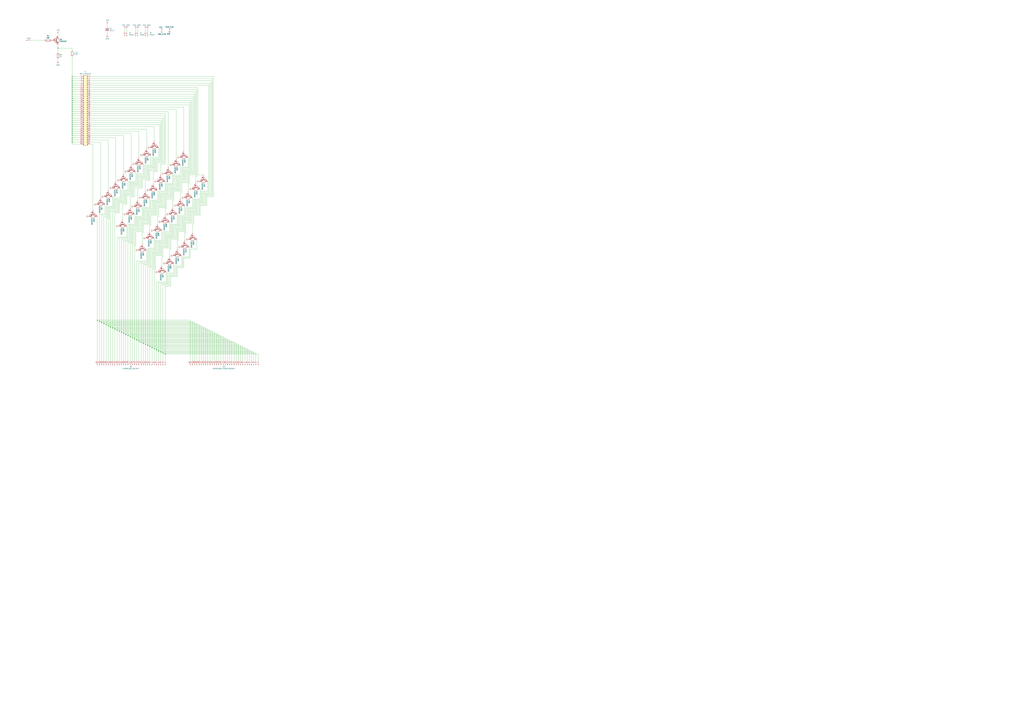
<source format=kicad_sch>
(kicad_sch (version 20230121) (generator eeschema)
  (paper "A0")
  (title_block (title "Instruction Decoder ROM Mini Board") (date "2020-03-23") (rev "1"))
  (junction (at 163.83 397.51))
  (junction (at 143.51 387.35))
  (junction (at 168.91 400.05))
  (junction (at 83.82 101.6))
  (junction (at 133.35 382.27))
  (junction (at 83.82 124.46))
  (junction (at 83.82 111.76))
  (junction (at 123.19 377.19))
  (junction (at 83.82 154.94))
  (junction (at 125.73 378.46))
  (junction (at 130.81 381))
  (junction (at 138.43 384.81))
  (junction (at 120.65 375.92))
  (junction (at 184.15 407.67))
  (junction (at 83.82 147.32))
  (junction (at 176.53 403.86))
  (junction (at 181.61 406.4))
  (junction (at 153.67 392.43))
  (junction (at 83.82 134.62))
  (junction (at 83.82 114.3))
  (junction (at 83.82 104.14))
  (junction (at 83.82 99.06))
  (junction (at 135.89 383.54))
  (junction (at 173.99 402.59))
  (junction (at 83.82 93.98))
  (junction (at 186.69 408.94))
  (junction (at 83.82 91.44))
  (junction (at 118.11 374.65))
  (junction (at 83.82 132.08))
  (junction (at 83.82 162.56))
  (junction (at 83.82 139.7))
  (junction (at 151.13 391.16))
  (junction (at 83.82 144.78))
  (junction (at 140.97 386.08))
  (junction (at 83.82 127))
  (junction (at 83.82 116.84))
  (junction (at 166.37 398.78))
  (junction (at 113.03 372.11))
  (junction (at 83.82 152.4))
  (junction (at 83.82 88.9))
  (junction (at 83.82 106.68))
  (junction (at 128.27 379.73))
  (junction (at 156.21 393.7))
  (junction (at 83.82 119.38))
  (junction (at 179.07 405.13))
  (junction (at 83.82 129.54))
  (junction (at 146.05 388.62))
  (junction (at 83.82 109.22))
  (junction (at 67.31 55.88))
  (junction (at 83.82 149.86))
  (junction (at 191.77 411.48))
  (junction (at 83.82 157.48))
  (junction (at 115.57 373.38))
  (junction (at 171.45 401.32))
  (junction (at 189.23 410.21))
  (junction (at 83.82 121.92))
  (junction (at 161.29 396.24))
  (junction (at 83.82 137.16))
  (junction (at 83.82 165.1))
  (junction (at 83.82 160.02))
  (junction (at 83.82 96.52))
  (junction (at 158.75 394.97))
  (junction (at 83.82 142.24))
  (junction (at 148.59 389.89))
  (wire (pts (xy 212.09 298.45) (xy 212.09 309.88)))
  (wire (pts (xy 187.96 308.61) (xy 187.96 298.45)))
  (wire (pts (xy 189.23 331.47) (xy 196.85 331.47)))
  (wire (pts (xy 226.06 232.41) (xy 226.06 243.84)))
  (wire (pts (xy 193.04 273.05) (xy 193.04 284.48)))
  (wire (pts (xy 180.34 297.18) (xy 180.34 313.69)))
  (wire (pts (xy 201.93 306.07) (xy 201.93 317.5)))
  (wire (pts (xy 92.71 109.22) (xy 83.82 109.22)))
  (wire (pts (xy 142.24 255.27) (xy 142.24 237.49)))
  (wire (pts (xy 83.82 106.68) (xy 83.82 109.22)))
  (wire (pts (xy 217.17 210.82) (xy 217.17 200.66)))
  (wire (pts (xy 190.5 270.51) (xy 190.5 281.94)))
  (wire (pts (xy 219.71 203.2) (xy 227.33 203.2)))
  (wire (pts (xy 149.86 278.13) (xy 140.97 278.13)))
  (wire (pts (xy 151.13 212.09) (xy 158.75 212.09)))
  (wire (pts (xy 236.22 379.73) (xy 236.22 419.1)))
  (wire (pts (xy 158.75 394.97) (xy 266.7 394.97)))
  (wire (pts (xy 204.47 276.86) (xy 204.47 266.7)))
  (wire (pts (xy 232.41 219.71) (xy 232.41 231.14)))
  (wire (pts (xy 209.55 231.14) (xy 209.55 223.52)))
  (wire (pts (xy 128.27 379.73) (xy 128.27 419.1)))
  (wire (pts (xy 205.74 207.01) (xy 213.36 207.01)))
  (wire (pts (xy 124.46 38.1) (xy 124.46 40.64)))
  (wire (pts (xy 181.61 406.4) (xy 289.56 406.4)))
  (wire (pts (xy 157.48 210.82) (xy 149.86 210.82)))
  (wire (pts (xy 207.01 279.4) (xy 207.01 269.24)))
  (wire (pts (xy 171.45 419.1) (xy 171.45 401.32)))
  (wire (pts (xy 147.32 237.49) (xy 147.32 227.33)))
  (wire (pts (xy 166.37 260.35) (xy 173.99 260.35)))
  (wire (pts (xy 130.81 246.38) (xy 137.16 246.38)))
  (wire (pts (xy 186.69 295.91) (xy 186.69 285.75)))
  (wire (pts (xy 125.73 220.98) (xy 125.73 162.56)))
  (wire (pts (xy 179.07 236.22) (xy 186.69 236.22)))
  (wire (pts (xy 196.85 288.29) (xy 196.85 276.86)))
  (wire (pts (xy 127 254) (xy 125.73 254)))
  (wire (pts (xy 201.93 214.63) (xy 194.31 214.63)))
  (wire (pts (xy 153.67 392.43) (xy 153.67 284.48)))
  (wire (pts (xy 130.81 419.1) (xy 130.81 381)))
  (wire (pts (xy 176.53 403.86) (xy 284.48 403.86)))
  (wire (pts (xy 198.12 278.13) (xy 198.12 289.56)))
  (wire (pts (xy 175.26 232.41) (xy 175.26 242.57)))
  (wire (pts (xy 261.62 419.1) (xy 261.62 392.43)))
  (wire (pts (xy 287.02 405.13) (xy 287.02 419.1)))
  (wire (pts (xy 210.82 308.61) (xy 203.2 308.61)))
  (wire (pts (xy 83.82 91.44) (xy 83.82 93.98)))
  (wire (pts (xy 241.3 210.82) (xy 241.3 222.25)))
  (wire (pts (xy 209.55 223.52) (xy 210.82 223.52)))
  (wire (pts (xy 167.64 242.57) (xy 167.64 254)))
  (wire (pts (xy 199.39 271.78) (xy 191.77 271.78)))
  (wire (pts (xy 140.97 278.13) (xy 140.97 386.08)))
  (wire (pts (xy 168.91 193.04) (xy 168.91 204.47)))
  (wire (pts (xy 205.74 289.56) (xy 205.74 279.4)))
  (wire (pts (xy 223.52 373.38) (xy 223.52 419.1)))
  (wire (pts (xy 92.71 165.1) (xy 83.82 165.1)))
  (wire (pts (xy 140.97 220.98) (xy 140.97 231.14)))
  (wire (pts (xy 224.79 242.57) (xy 217.17 242.57)))
  (wire (pts (xy 105.41 152.4) (xy 161.29 152.4)))
  (wire (pts (xy 166.37 398.78) (xy 274.32 398.78)))
  (wire (pts (xy 156.21 285.75) (xy 157.48 285.75)))
  (wire (pts (xy 177.8 234.95) (xy 185.42 234.95)))
  (wire (pts (xy 171.45 207.01) (xy 171.45 195.58)))
  (wire (pts (xy 146.05 226.06) (xy 146.05 236.22)))
  (wire (pts (xy 125.73 252.73) (xy 123.19 252.73)))
  (wire (pts (xy 209.55 252.73) (xy 217.17 252.73)))
  (wire (pts (xy 83.82 132.08) (xy 83.82 134.62)))
  (wire (pts (xy 208.28 220.98) (xy 208.28 209.55)))
  (wire (pts (xy 168.91 209.55) (xy 173.99 209.55)))
  (wire (pts (xy 214.63 208.28) (xy 214.63 198.12)))
  (wire (pts (xy 212.09 195.58) (xy 219.71 195.58)))
  (wire (pts (xy 205.74 278.13) (xy 198.12 278.13)))
  (wire (pts (xy 214.63 198.12) (xy 222.25 198.12)))
  (wire (pts (xy 83.82 157.48) (xy 92.71 157.48)))
  (wire (pts (xy 227.33 212.09) (xy 227.33 204.47)))
  (wire (pts (xy 193.04 273.05) (xy 200.66 273.05)))
  (wire (pts (xy 173.99 402.59) (xy 173.99 419.1)))
  (wire (pts (xy 198.12 321.31) (xy 198.12 332.74)))
  (wire (pts (xy 179.07 185.42) (xy 186.69 185.42)))
  (wire (pts (xy 222.25 247.65) (xy 229.87 247.65)))
  (wire (pts (xy 151.13 279.4) (xy 151.13 262.89)))
  (wire (pts (xy 130.81 228.6) (xy 130.81 240.03)))
  (wire (pts (xy 210.82 223.52) (xy 210.82 212.09)))
  (wire (pts (xy 204.47 217.17) (xy 204.47 205.74)))
  (wire (pts (xy 204.47 266.7) (xy 212.09 266.7)))
  (wire (pts (xy 224.79 231.14) (xy 224.79 242.57)))
  (wire (pts (xy 83.82 88.9) (xy 83.82 91.44)))
  (wire (pts (xy 149.86 222.25) (xy 142.24 222.25)))
  (wire (pts (xy 233.68 232.41) (xy 226.06 232.41)))
  (wire (pts (xy 185.42 223.52) (xy 193.04 223.52)))
  (wire (pts (xy 242.57 99.06) (xy 105.41 99.06)))
  (wire (pts (xy 219.71 213.36) (xy 219.71 203.2)))
  (wire (pts (xy 166.37 307.34) (xy 173.99 307.34)))
  (wire (pts (xy 130.81 240.03) (xy 123.19 240.03)))
  (wire (pts (xy 152.4 280.67) (xy 146.05 280.67)))
  (wire (pts (xy 266.7 394.97) (xy 266.7 419.1)))
  (wire (pts (xy 180.34 279.4) (xy 180.34 289.56)))
  (wire (pts (xy 115.57 373.38) (xy 223.52 373.38)))
  (wire (pts (xy 226.06 109.22) (xy 105.41 109.22)))
  (wire (pts (xy 241.3 382.27) (xy 241.3 419.1)))
  (wire (pts (xy 124.46 251.46) (xy 120.65 251.46)))
  (wire (pts (xy 83.82 104.14) (xy 83.82 106.68)))
  (wire (pts (xy 213.36 196.85) (xy 220.98 196.85)))
  (wire (pts (xy 212.09 309.88) (xy 204.47 309.88)))
  (wire (pts (xy 220.98 289.56) (xy 220.98 299.72)))
  (wire (pts (xy 170.18 194.31) (xy 177.8 194.31)))
  (wire (pts (xy 123.19 377.19) (xy 123.19 419.1)))
  (wire (pts (xy 200.66 241.3) (xy 200.66 232.41)))
  (wire (pts (xy 189.23 280.67) (xy 181.61 280.67)))
  (wire (pts (xy 157.48 251.46) (xy 157.48 261.62)))
  (wire (pts (xy 190.5 134.62) (xy 105.41 134.62)))
  (wire (pts (xy 190.5 281.94) (xy 182.88 281.94)))
  (wire (pts (xy 201.93 274.32) (xy 201.93 264.16)))
  (wire (pts (xy 214.63 250.19) (xy 207.01 250.19)))
  (wire (pts (xy 171.45 288.29) (xy 179.07 288.29)))
  (wire (pts (xy 185.42 294.64) (xy 177.8 294.64)))
  (wire (pts (xy 161.29 214.63) (xy 153.67 214.63)))
  (wire (pts (xy 140.97 386.08) (xy 140.97 419.1)))
  (wire (pts (xy 168.91 255.27) (xy 161.29 255.27)))
  (wire (pts (xy 134.62 232.41) (xy 134.62 243.84)))
  (wire (pts (xy 163.83 207.01) (xy 171.45 207.01)))
  (wire (pts (xy 223.52 241.3) (xy 215.9 241.3)))
  (wire (pts (xy 213.36 299.72) (xy 213.36 311.15)))
  (wire (pts (xy 148.59 419.1) (xy 148.59 389.89)))
  (wire (pts (xy 167.64 203.2) (xy 160.02 203.2)))
  (wire (pts (xy 83.82 96.52) (xy 92.71 96.52)))
  (wire (pts (xy 160.02 218.44) (xy 165.1 218.44)))
  (wire (pts (xy 189.23 410.21) (xy 297.18 410.21)))
  (wire (pts (xy 143.51 387.35) (xy 251.46 387.35)))
  (wire (pts (xy 134.62 210.82) (xy 134.62 160.02)))
  (wire (pts (xy 143.51 201.93) (xy 143.51 157.48)))
  (wire (pts (xy 120.65 375.92) (xy 228.6 375.92)))
  (wire (pts (xy 105.41 162.56) (xy 125.73 162.56)))
  (wire (pts (xy 158.75 303.53) (xy 158.75 394.97)))
  (wire (pts (xy 218.44 222.25) (xy 218.44 213.36)))
  (wire (pts (xy 170.18 245.11) (xy 170.18 256.54)))
  (wire (pts (xy 240.03 238.76) (xy 240.03 228.6)))
  (wire (pts (xy 181.61 280.67) (xy 181.61 290.83)))
  (wire (pts (xy 157.48 285.75) (xy 157.48 269.24)))
  (wire (pts (xy 248.92 386.08) (xy 248.92 419.1)))
  (wire (pts (xy 171.45 246.38) (xy 179.07 246.38)))
  (wire (pts (xy 123.19 252.73) (xy 123.19 377.19)))
  (wire (pts (xy 83.82 142.24) (xy 92.71 142.24)))
  (wire (pts (xy 148.59 220.98) (xy 140.97 220.98)))
  (wire (pts (xy 189.23 187.96) (xy 189.23 137.16)))
  (wire (pts (xy 191.77 242.57) (xy 193.04 242.57)))
  (wire (pts (xy 175.26 292.1) (xy 182.88 292.1)))
  (wire (pts (xy 186.69 236.22) (xy 186.69 224.79)))
  (wire (pts (xy 189.23 269.24) (xy 189.23 280.67)))
  (wire (pts (xy 175.26 308.61) (xy 168.91 308.61)))
  (wire (pts (xy 163.83 397.51) (xy 163.83 419.1)))
  (wire (pts (xy 200.66 273.05) (xy 200.66 262.89)))
  (wire (pts (xy 173.99 311.15) (xy 173.99 402.59)))
  (wire (pts (xy 135.89 245.11) (xy 128.27 245.11)))
  (wire (pts (xy 189.23 288.29) (xy 196.85 288.29)))
  (wire (pts (xy 191.77 210.82) (xy 191.77 222.25)))
  (wire (pts (xy 195.58 226.06) (xy 187.96 226.06)))
  (wire (pts (xy 83.82 66.04) (xy 83.82 88.9)))
  (wire (pts (xy 177.8 194.31) (xy 177.8 184.15)))
  (wire (pts (xy 182.88 232.41) (xy 175.26 232.41)))
  (wire (pts (xy 215.9 209.55) (xy 215.9 199.39)))
  (wire (pts (xy 177.8 311.15) (xy 173.99 311.15)))
  (wire (pts (xy 218.44 254) (xy 210.82 254)))
  (wire (pts (xy 171.45 309.88) (xy 176.53 309.88)))
  (wire (pts (xy 83.82 129.54) (xy 83.82 132.08)))
  (wire (pts (xy 215.9 259.08) (xy 215.9 270.51)))
  (wire (pts (xy 161.29 396.24) (xy 161.29 304.8)))
  (wire (pts (xy 143.51 223.52) (xy 151.13 223.52)))
  (wire (pts (xy 152.4 154.94) (xy 105.41 154.94)))
  (wire (pts (xy 165.1 218.44) (xy 165.1 208.28)))
  (wire (pts (xy 184.15 328.93) (xy 194.31 328.93)))
  (wire (pts (xy 195.58 275.59) (xy 195.58 287.02)))
  (wire (pts (xy 210.82 297.18) (xy 210.82 308.61)))
  (wire (pts (xy 168.91 308.61) (xy 168.91 400.05)))
  (wire (pts (xy 161.29 396.24) (xy 269.24 396.24)))
  (wire (pts (xy 233.68 378.46) (xy 233.68 419.1)))
  (wire (pts (xy 190.5 228.6) (xy 198.12 228.6)))
  (wire (pts (xy 160.02 254) (xy 160.02 264.16)))
  (wire (pts (xy 223.52 114.3) (xy 105.41 114.3)))
  (wire (pts (xy 123.19 377.19) (xy 231.14 377.19)))
  (wire (pts (xy 172.72 196.85) (xy 180.34 196.85)))
  (wire (pts (xy 156.21 217.17) (xy 163.83 217.17)))
  (wire (pts (xy 198.12 270.51) (xy 190.5 270.51)))
  (wire (pts (xy 196.85 289.56) (xy 196.85 298.45)))
  (wire (pts (xy 219.71 245.11) (xy 227.33 245.11)))
  (wire (pts (xy 212.09 266.7) (xy 212.09 255.27)))
  (wire (pts (xy 238.76 227.33) (xy 238.76 237.49)))
  (wire (pts (xy 219.71 195.58) (xy 219.71 121.92)))
  (wire (pts (xy 172.72 306.07) (xy 163.83 306.07)))
  (wire (pts (xy 179.07 147.32) (xy 179.07 163.83)))
  (wire (pts (xy 172.72 208.28) (xy 172.72 196.85)))
  (wire (pts (xy 160.02 232.41) (xy 160.02 218.44)))
  (wire (pts (xy 182.88 260.35) (xy 182.88 251.46)))
  (wire (pts (xy 179.07 295.91) (xy 186.69 295.91)))
  (wire (pts (xy 83.82 147.32) (xy 83.82 149.86)))
  (wire (pts (xy 217.17 242.57) (xy 217.17 252.73)))
  (wire (pts (xy 204.47 184.15) (xy 204.47 127)))
  (wire (pts (xy 180.34 196.85) (xy 180.34 186.69)))
  (wire (pts (xy 204.47 205.74) (xy 212.09 205.74)))
  (wire (pts (xy 247.65 88.9) (xy 105.41 88.9)))
  (wire (pts (xy 132.08 229.87) (xy 132.08 241.3)))
  (wire (pts (xy 228.6 278.13) (xy 228.6 289.56)))
  (wire (pts (xy 167.64 191.77) (xy 167.64 203.2)))
  (wire (pts (xy 190.5 240.03) (xy 190.5 228.6)))
  (wire (pts (xy 148.59 281.94) (xy 153.67 281.94)))
  (wire (pts (xy 220.98 299.72) (xy 213.36 299.72)))
  (wire (pts (xy 181.61 406.4) (xy 181.61 419.1)))
  (wire (pts (xy 210.82 204.47) (xy 203.2 204.47)))
  (wire (pts (xy 158.75 262.89) (xy 151.13 262.89)))
  (wire (pts (xy 245.11 93.98) (xy 105.41 93.98)))
  (wire (pts (xy 203.2 204.47) (xy 203.2 215.9)))
  (wire (pts (xy 157.48 199.39) (xy 157.48 210.82)))
  (wire (pts (xy 234.95 223.52) (xy 242.57 223.52)))
  (wire (pts (xy 245.11 93.98) (xy 245.11 226.06)))
  (wire (pts (xy 147.32 275.59) (xy 135.89 275.59)))
  (wire (pts (xy 170.18 245.11) (xy 177.8 245.11)))
  (wire (pts (xy 179.07 195.58) (xy 179.07 185.42)))
  (wire (pts (xy 226.06 201.93) (xy 226.06 109.22)))
  (wire (pts (xy 228.6 204.47) (xy 228.6 104.14)))
  (wire (pts (xy 173.99 209.55) (xy 173.99 198.12)))
  (wire (pts (xy 184.15 251.46) (xy 184.15 241.3)))
  (wire (pts (xy 172.72 259.08) (xy 165.1 259.08)))
  (wire (pts (xy 83.82 55.88) (xy 83.82 58.42)))
  (wire (pts (xy 205.74 279.4) (xy 207.01 279.4)))
  (wire (pts (xy 229.87 236.22) (xy 237.49 236.22)))
  (wire (pts (xy 299.72 411.48) (xy 299.72 419.1)))
  (wire (pts (xy 143.51 279.4) (xy 151.13 279.4)))
  (wire (pts (xy 204.47 309.88) (xy 204.47 320.04)))
  (wire (pts (xy 182.88 250.19) (xy 182.88 240.03)))
  (wire (pts (xy 170.18 256.54) (xy 162.56 256.54)))
  (wire (pts (xy 193.04 284.48) (xy 185.42 284.48)))
  (wire (pts (xy 165.1 270.51) (xy 166.37 270.51)))
  (wire (pts (xy 151.13 228.6) (xy 156.21 228.6)))
  (wire (pts (xy 138.43 384.81) (xy 246.38 384.81)))
  (wire (pts (xy 201.93 232.41) (xy 201.93 222.25)))
  (wire (pts (xy 186.69 408.94) (xy 294.64 408.94)))
  (wire (pts (xy 184.15 222.25) (xy 184.15 233.68)))
  (wire (pts (xy 162.56 266.7) (xy 154.94 266.7)))
  (wire (pts (xy 176.53 312.42) (xy 179.07 312.42)))
  (wire (pts (xy 83.82 91.44) (xy 92.71 91.44)))
  (wire (pts (xy 176.53 193.04) (xy 168.91 193.04)))
  (wire (pts (xy 173.99 241.3) (xy 166.37 241.3)))
  (wire (pts (xy 182.88 220.98) (xy 182.88 232.41)))
  (wire (pts (xy 135.89 275.59) (xy 135.89 383.54)))
  (wire (pts (xy 186.69 285.75) (xy 194.31 285.75)))
  (wire (pts (xy 147.32 227.33) (xy 154.94 227.33)))
  (wire (pts (xy 184.15 171.45) (xy 184.15 182.88)))
  (wire (pts (xy 207.01 208.28) (xy 214.63 208.28)))
  (wire (pts (xy 254 388.62) (xy 254 419.1)))
  (wire (pts (xy 186.69 190.5) (xy 191.77 190.5)))
  (wire (pts (xy 181.61 248.92) (xy 181.61 238.76)))
  (wire (pts (xy 217.17 200.66) (xy 224.79 200.66)))
  (wire (pts (xy 184.15 233.68) (xy 176.53 233.68)))
  (wire (pts (xy 195.58 330.2) (xy 195.58 318.77)))
  (wire (pts (xy 92.71 119.38) (xy 83.82 119.38)))
  (wire (pts (xy 223.52 260.35) (xy 224.79 260.35)))
  (wire (pts (xy 120.65 251.46) (xy 120.65 375.92)))
  (wire (pts (xy 222.25 116.84) (xy 105.41 116.84)))
  (wire (pts (xy 220.98 246.38) (xy 220.98 256.54)))
  (wire (pts (xy 176.53 233.68) (xy 176.53 243.84)))
  (wire (pts (xy 223.52 199.39) (xy 223.52 114.3)))
  (wire (pts (xy 133.35 242.57) (xy 125.73 242.57)))
  (wire (pts (xy 139.7 229.87) (xy 132.08 229.87)))
  (wire (pts (xy 156.21 393.7) (xy 156.21 419.1)))
  (wire (pts (xy 148.59 389.89) (xy 256.54 389.89)))
  (wire (pts (xy 170.18 172.72) (xy 170.18 149.86)))
  (wire (pts (xy 271.78 397.51) (xy 271.78 419.1)))
  (wire (pts (xy 200.66 232.41) (xy 201.93 232.41)))
  (wire (pts (xy 83.82 152.4) (xy 83.82 154.94)))
  (wire (pts (xy 189.23 137.16) (xy 105.41 137.16)))
  (wire (pts (xy 92.71 104.14) (xy 83.82 104.14)))
  (wire (pts (xy 130.81 381) (xy 130.81 246.38)))
  (wire (pts (xy 210.82 212.09) (xy 218.44 212.09)))
  (wire (pts (xy 143.51 233.68) (xy 143.51 223.52)))
  (wire (pts (xy 191.77 271.78) (xy 191.77 283.21)))
  (wire (pts (xy 179.07 312.42) (xy 179.07 295.91)))
  (wire (pts (xy 184.15 407.67) (xy 292.1 407.67)))
  (wire (pts (xy 175.26 242.57) (xy 167.64 242.57)))
  (wire (pts (xy 176.53 182.88) (xy 176.53 193.04)))
  (wire (pts (xy 168.91 204.47) (xy 161.29 204.47)))
  (wire (pts (xy 203.2 275.59) (xy 195.58 275.59)))
  (wire (pts (xy 212.09 205.74) (xy 212.09 195.58)))
  (wire (pts (xy 195.58 194.31) (xy 195.58 129.54)))
  (wire (pts (xy 228.6 104.14) (xy 105.41 104.14)))
  (wire (pts (xy 158.75 252.73) (xy 158.75 262.89)))
  (wire (pts (xy 168.91 400.05) (xy 276.86 400.05)))
  (wire (pts (xy 224.79 260.35) (xy 224.79 250.19)))
  (wire (pts (xy 163.83 267.97) (xy 163.83 257.81)))
  (wire (pts (xy 161.29 204.47) (xy 161.29 214.63)))
  (wire (pts (xy 124.46 27.94) (xy 124.46 30.48)))
  (wire (pts (xy 279.4 419.1) (xy 279.4 401.32)))
  (wire (pts (xy 180.34 237.49) (xy 180.34 247.65)))
  (wire (pts (xy 200.66 201.93) (xy 200.66 213.36)))
  (wire (pts (xy 171.45 36.83) (xy 171.45 33.02)))
  (wire (pts (xy 187.96 267.97) (xy 187.96 279.4)))
  (wire (pts (xy 156.21 284.48) (xy 156.21 267.97)))
  (wire (pts (xy 237.49 226.06) (xy 245.11 226.06)))
  (wire (pts (xy 242.57 99.06) (xy 242.57 223.52)))
  (wire (pts (xy 171.45 401.32) (xy 171.45 309.88)))
  (wire (pts (xy 182.88 189.23) (xy 190.5 189.23)))
  (wire (pts (xy 205.74 260.35) (xy 198.12 260.35)))
  (wire (pts (xy 118.11 250.19) (xy 118.11 374.65)))
  (wire (pts (xy 171.45 195.58) (xy 179.07 195.58)))
  (wire (pts (xy 207.01 219.71) (xy 207.01 208.28)))
  (wire (pts (xy 297.18 419.1) (xy 297.18 410.21)))
  (wire (pts (xy 121.92 237.49) (xy 121.92 248.92)))
  (wire (pts (xy 135.89 233.68) (xy 135.89 245.11)))
  (wire (pts (xy 228.6 289.56) (xy 220.98 289.56)))
  (wire (pts (xy 193.04 327.66) (xy 181.61 327.66)))
  (wire (pts (xy 189.23 238.76) (xy 189.23 227.33)))
  (wire (pts (xy 172.72 289.56) (xy 180.34 289.56)))
  (wire (pts (xy 227.33 245.11) (xy 227.33 233.68)))
  (wire (pts (xy 210.82 265.43) (xy 203.2 265.43)))
  (wire (pts (xy 196.85 331.47) (xy 196.85 320.04)))
  (wire (pts (xy 83.82 114.3) (xy 83.82 116.84)))
  (wire (pts (xy 92.71 129.54) (xy 83.82 129.54)))
  (wire (pts (xy 170.18 205.74) (xy 170.18 194.31)))
  (wire (pts (xy 83.82 106.68) (xy 92.71 106.68)))
  (wire (pts (xy 92.71 99.06) (xy 83.82 99.06)))
  (wire (pts (xy 142.24 237.49) (xy 147.32 237.49)))
  (wire (pts (xy 201.93 317.5) (xy 194.31 317.5)))
  (wire (pts (xy 157.48 261.62) (xy 149.86 261.62)))
  (wire (pts (xy 146.05 388.62) (xy 254 388.62)))
  (wire (pts (xy 195.58 215.9) (xy 195.58 226.06)))
  (wire (pts (xy 158.75 201.93) (xy 158.75 212.09)))
  (wire (pts (xy 177.8 184.15) (xy 185.42 184.15)))
  (wire (pts (xy 35.56 46.99) (xy 52.07 46.99)))
  (wire (pts (xy 154.94 227.33) (xy 154.94 215.9)))
  (wire (pts (xy 171.45 401.32) (xy 279.4 401.32)))
  (wire (pts (xy 196.85 227.33) (xy 196.85 217.17)))
  (wire (pts (xy 134.62 243.84) (xy 127 243.84)))
  (wire (pts (xy 251.46 419.1) (xy 251.46 387.35)))
  (wire (pts (xy 218.44 212.09) (xy 218.44 201.93)))
  (wire (pts (xy 170.18 149.86) (xy 105.41 149.86)))
  (wire (pts (xy 196.85 257.81) (xy 196.85 269.24)))
  (wire (pts (xy 193.04 231.14) (xy 200.66 231.14)))
  (wire (pts (xy 146.05 280.67) (xy 146.05 388.62)))
  (wire (pts (xy 194.31 214.63) (xy 194.31 224.79)))
  (wire (pts (xy 83.82 152.4) (xy 92.71 152.4)))
  (wire (pts (xy 160.02 264.16) (xy 152.4 264.16)))
  (wire (pts (xy 147.32 262.89) (xy 147.32 275.59)))
  (wire (pts (xy 243.84 383.54) (xy 243.84 419.1)))
  (wire (pts (xy 165.1 259.08) (xy 165.1 269.24)))
  (wire (pts (xy 236.22 234.95) (xy 228.6 234.95)))
  (wire (pts (xy 166.37 241.3) (xy 166.37 252.73)))
  (wire (pts (xy 228.6 375.92) (xy 228.6 419.1)))
  (wire (pts (xy 177.8 213.36) (xy 177.8 199.39)))
  (wire (pts (xy 83.82 121.92) (xy 83.82 124.46)))
  (wire (pts (xy 92.71 160.02) (xy 83.82 160.02)))
  (wire (pts (xy 83.82 127) (xy 92.71 127)))
  (wire (pts (xy 226.06 374.65) (xy 226.06 419.1)))
  (wire (pts (xy 220.98 256.54) (xy 213.36 256.54)))
  (wire (pts (xy 237.49 236.22) (xy 237.49 226.06)))
  (wire (pts (xy 201.93 264.16) (xy 209.55 264.16)))
  (wire (pts (xy 153.67 281.94) (xy 153.67 265.43)))
  (wire (pts (xy 184.15 419.1) (xy 184.15 407.67)))
  (wire (pts (xy 113.03 372.11) (xy 220.98 372.11)))
  (wire (pts (xy 161.29 152.4) (xy 161.29 182.88)))
  (wire (pts (xy 133.35 382.27) (xy 133.35 419.1)))
  (wire (pts (xy 163.83 257.81) (xy 171.45 257.81)))
  (wire (pts (xy 187.96 186.69) (xy 187.96 139.7)))
  (wire (pts (xy 180.34 247.65) (xy 172.72 247.65)))
  (wire (pts (xy 173.99 229.87) (xy 173.99 241.3)))
  (wire (pts (xy 213.36 207.01) (xy 213.36 196.85)))
  (wire (pts (xy 190.5 189.23) (xy 190.5 134.62)))
  (wire (pts (xy 187.96 226.06) (xy 187.96 237.49)))
  (wire (pts (xy 83.82 147.32) (xy 92.71 147.32)))
  (wire (pts (xy 83.82 137.16) (xy 92.71 137.16)))
  (wire (pts (xy 191.77 190.5) (xy 191.77 132.08)))
  (wire (pts (xy 223.52 270.51) (xy 223.52 260.35)))
  (wire (pts (xy 200.66 213.36) (xy 193.04 213.36)))
  (wire (pts (xy 67.31 39.37) (xy 67.31 41.91)))
  (wire (pts (xy 195.58 318.77) (xy 203.2 318.77)))
  (wire (pts (xy 213.36 175.26) (xy 213.36 124.46)))
  (wire (pts (xy 247.65 228.6) (xy 247.65 88.9)))
  (wire (pts (xy 215.9 270.51) (xy 214.63 270.51)))
  (wire (pts (xy 199.39 261.62) (xy 199.39 271.78)))
  (wire (pts (xy 148.59 276.86) (xy 148.59 260.35)))
  (wire (pts (xy 238.76 237.49) (xy 231.14 237.49)))
  (wire (pts (xy 83.82 132.08) (xy 92.71 132.08)))
  (wire (pts (xy 227.33 233.68) (xy 234.95 233.68)))
  (wire (pts (xy 168.91 222.25) (xy 168.91 209.55)))
  (wire (pts (xy 166.37 270.51) (xy 166.37 260.35)))
  (wire (pts (xy 83.82 109.22) (xy 83.82 111.76)))
  (wire (pts (xy 161.29 419.1) (xy 161.29 396.24)))
  (wire (pts (xy 207.01 261.62) (xy 199.39 261.62)))
  (wire (pts (xy 201.93 222.25) (xy 209.55 222.25)))
  (wire (pts (xy 67.31 71.12) (xy 67.31 68.58)))
  (wire (pts (xy 207.01 250.19) (xy 207.01 261.62)))
  (wire (pts (xy 105.41 91.44) (xy 246.38 91.44)))
  (wire (pts (xy 228.6 234.95) (xy 228.6 246.38)))
  (wire (pts (xy 194.31 285.75) (xy 194.31 274.32)))
  (wire (pts (xy 203.2 308.61) (xy 203.2 318.77)))
  (wire (pts (xy 168.91 243.84) (xy 168.91 255.27)))
  (wire (pts (xy 161.29 304.8) (xy 171.45 304.8)))
  (wire (pts (xy 125.73 254) (xy 125.73 378.46)))
  (wire (pts (xy 115.57 373.38) (xy 115.57 419.1)))
  (wire (pts (xy 156.21 393.7) (xy 264.16 393.7)))
  (wire (pts (xy 177.8 294.64) (xy 177.8 311.15)))
  (wire (pts (xy 143.51 387.35) (xy 143.51 279.4)))
  (wire (pts (xy 186.69 142.24) (xy 105.41 142.24)))
  (wire (pts (xy 162.56 205.74) (xy 170.18 205.74)))
  (wire (pts (xy 134.62 160.02) (xy 105.41 160.02)))
  (wire (pts (xy 181.61 327.66) (xy 181.61 406.4)))
  (wire (pts (xy 168.91 33.02) (xy 168.91 36.83)))
  (wire (pts (xy 149.86 210.82) (xy 149.86 222.25)))
  (wire (pts (xy 182.88 199.39) (xy 182.88 189.23)))
  (wire (pts (xy 92.71 144.78) (xy 83.82 144.78)))
  (wire (pts (xy 83.82 137.16) (xy 83.82 139.7)))
  (wire (pts (xy 209.55 191.77) (xy 209.55 203.2)))
  (wire (pts (xy 83.82 127) (xy 83.82 129.54)))
  (wire (pts (xy 137.16 234.95) (xy 144.78 234.95)))
  (wire (pts (xy 171.45 304.8) (xy 171.45 288.29)))
  (wire (pts (xy 198.12 228.6) (xy 198.12 218.44)))
  (wire (pts (xy 207.01 269.24) (xy 214.63 269.24)))
  (wire (pts (xy 205.74 248.92) (xy 205.74 260.35)))
  (wire (pts (xy 151.13 241.3) (xy 151.13 228.6)))
  (wire (pts (xy 231.14 377.19) (xy 231.14 419.1)))
  (wire (pts (xy 222.25 198.12) (xy 222.25 116.84)))
  (wire (pts (xy 135.89 233.68) (xy 143.51 233.68)))
  (wire (pts (xy 165.1 240.03) (xy 165.1 251.46)))
  (wire (pts (xy 191.77 241.3) (xy 191.77 229.87)))
  (wire (pts (xy 157.48 269.24) (xy 165.1 269.24)))
  (wire (pts (xy 232.41 231.14) (xy 224.79 231.14)))
  (wire (pts (xy 218.44 194.31) (xy 210.82 194.31)))
  (wire (pts (xy 132.08 241.3) (xy 124.46 241.3)))
  (wire (pts (xy 234.95 233.68) (xy 234.95 223.52)))
  (wire (pts (xy 231.14 237.49) (xy 231.14 248.92)))
  (wire (pts (xy 182.88 240.03) (xy 190.5 240.03)))
  (wire (pts (xy 143.51 157.48) (xy 105.41 157.48)))
  (wire (pts (xy 148.59 209.55) (xy 148.59 220.98)))
  (wire (pts (xy 151.13 283.21) (xy 151.13 391.16)))
  (wire (pts (xy 144.78 234.95) (xy 144.78 224.79)))
  (wire (pts (xy 189.23 410.21) (xy 189.23 331.47)))
  (wire (pts (xy 191.77 229.87) (xy 199.39 229.87)))
  (wire (pts (xy 184.15 241.3) (xy 191.77 241.3)))
  (wire (pts (xy 83.82 121.92) (xy 92.71 121.92)))
  (wire (pts (xy 214.63 270.51) (xy 214.63 279.4)))
  (wire (pts (xy 140.97 386.08) (xy 248.92 386.08)))
  (wire (pts (xy 205.74 267.97) (xy 205.74 278.13)))
  (wire (pts (xy 196.85 217.17) (xy 204.47 217.17)))
  (wire (pts (xy 186.69 408.94) (xy 186.69 419.1)))
  (wire (pts (xy 177.8 245.11) (xy 177.8 234.95)))
  (wire (pts (xy 147.32 36.83) (xy 147.32 33.02)))
  (wire (pts (xy 180.34 313.69) (xy 179.07 313.69)))
  (wire (pts (xy 83.82 99.06) (xy 83.82 101.6)))
  (wire (pts (xy 210.82 194.31) (xy 210.82 204.47)))
  (wire (pts (xy 210.82 254) (xy 210.82 265.43)))
  (wire (pts (xy 218.44 182.88) (xy 218.44 194.31)))
  (wire (pts (xy 215.9 241.3) (xy 215.9 251.46)))
  (wire (pts (xy 83.82 111.76) (xy 83.82 114.3)))
  (wire (pts (xy 215.9 199.39) (xy 223.52 199.39)))
  (wire (pts (xy 156.21 248.92) (xy 156.21 260.35)))
  (wire (pts (xy 185.42 184.15) (xy 185.42 144.78)))
  (wire (pts (xy 214.63 238.76) (xy 214.63 250.19)))
  (wire (pts (xy 176.53 293.37) (xy 184.15 293.37)))
  (wire (pts (xy 151.13 391.16) (xy 151.13 419.1)))
  (wire (pts (xy 124.46 241.3) (xy 124.46 251.46)))
  (wire (pts (xy 195.58 129.54) (xy 105.41 129.54)))
  (wire (pts (xy 259.08 391.16) (xy 259.08 419.1)))
  (wire (pts (xy 83.82 101.6) (xy 92.71 101.6)))
  (wire (pts (xy 105.41 147.32) (xy 179.07 147.32)))
  (wire (pts (xy 200.66 231.14) (xy 200.66 220.98)))
  (wire (pts (xy 172.72 289.56) (xy 172.72 306.07)))
  (wire (pts (xy 118.11 374.65) (xy 226.06 374.65)))
  (wire (pts (xy 187.96 287.02) (xy 187.96 297.18)))
  (wire (pts (xy 83.82 157.48) (xy 83.82 160.02)))
  (wire (pts (xy 92.71 93.98) (xy 83.82 93.98)))
  (wire (pts (xy 173.99 198.12) (xy 181.61 198.12)))
  (wire (pts (xy 172.72 247.65) (xy 172.72 259.08)))
  (wire (pts (xy 201.93 203.2) (xy 201.93 214.63)))
  (wire (pts (xy 175.26 292.1) (xy 175.26 308.61)))
  (wire (pts (xy 166.37 201.93) (xy 158.75 201.93)))
  (wire (pts (xy 187.96 279.4) (xy 180.34 279.4)))
  (wire (pts (xy 176.53 403.86) (xy 176.53 312.42)))
  (wire (pts (xy 165.1 283.21) (xy 165.1 270.51)))
  (wire (pts (xy 238.76 419.1) (xy 238.76 381)))
  (wire (pts (xy 154.94 266.7) (xy 154.94 283.21)))
  (wire (pts (xy 146.05 388.62) (xy 146.05 419.1)))
  (wire (pts (xy 92.71 154.94) (xy 83.82 154.94)))
  (wire (pts (xy 198.12 260.35) (xy 198.12 270.51)))
  (wire (pts (xy 191.77 250.19) (xy 191.77 242.57)))
  (wire (pts (xy 168.91 400.05) (xy 168.91 419.1)))
  (wire (pts (xy 175.26 261.62) (xy 175.26 250.19)))
  (wire (pts (xy 144.78 224.79) (xy 152.4 224.79)))
  (wire (pts (xy 229.87 101.6) (xy 105.41 101.6)))
  (wire (pts (xy 176.53 243.84) (xy 168.91 243.84)))
  (wire (pts (xy 264.16 393.7) (xy 264.16 419.1)))
  (wire (pts (xy 246.38 227.33) (xy 238.76 227.33)))
  (wire (pts (xy 165.1 208.28) (xy 172.72 208.28)))
  (wire (pts (xy 223.52 259.08) (xy 215.9 259.08)))
  (wire (pts (xy 236.22 203.2) (xy 229.87 203.2)))
  (wire (pts (xy 223.52 248.92) (xy 223.52 259.08)))
  (wire (pts (xy 208.28 251.46) (xy 215.9 251.46)))
  (wire (pts (xy 187.96 297.18) (xy 180.34 297.18)))
  (wire (pts (xy 246.38 419.1) (xy 246.38 384.81)))
  (wire (pts (xy 229.87 203.2) (xy 229.87 101.6)))
  (wire (pts (xy 219.71 298.45) (xy 212.09 298.45)))
  (wire (pts (xy 105.41 96.52) (xy 243.84 96.52)))
  (wire (pts (xy 232.41 238.76) (xy 240.03 238.76)))
  (wire (pts (xy 83.82 154.94) (xy 83.82 157.48)))
  (wire (pts (xy 256.54 419.1) (xy 256.54 389.89)))
  (wire (pts (xy 83.82 144.78) (xy 83.82 147.32)))
  (wire (pts (xy 161.29 265.43) (xy 153.67 265.43)))
  (wire (pts (xy 218.44 243.84) (xy 218.44 254)))
  (wire (pts (xy 276.86 400.05) (xy 276.86 419.1)))
  (wire (pts (xy 170.18 303.53) (xy 158.75 303.53)))
  (wire (pts (xy 240.03 228.6) (xy 247.65 228.6)))
  (wire (pts (xy 233.68 222.25) (xy 233.68 232.41)))
  (wire (pts (xy 166.37 398.78) (xy 166.37 307.34)))
  (wire (pts (xy 113.03 251.46) (xy 113.03 372.11)))
  (wire (pts (xy 135.89 383.54) (xy 135.89 419.1)))
  (wire (pts (xy 181.61 238.76) (xy 189.23 238.76)))
  (wire (pts (xy 199.39 229.87) (xy 199.39 219.71)))
  (wire (pts (xy 173.99 261.62) (xy 175.26 261.62)))
  (wire (pts (xy 163.83 306.07) (xy 163.83 397.51)))
  (wire (pts (xy 173.99 307.34) (xy 173.99 290.83)))
  (wire (pts (xy 180.34 186.69) (xy 187.96 186.69)))
  (wire (pts (xy 83.82 162.56) (xy 92.71 162.56)))
  (wire (pts (xy 187.96 298.45) (xy 189.23 298.45)))
  (wire (pts (xy 153.67 419.1) (xy 153.67 392.43)))
  (wire (pts (xy 83.82 165.1) (xy 83.82 167.64)))
  (wire (pts (xy 67.31 55.88) (xy 67.31 52.07)))
  (wire (pts (xy 179.07 405.13) (xy 287.02 405.13)))
  (wire (pts (xy 220.98 372.11) (xy 220.98 419.1)))
  (wire (pts (xy 269.24 419.1) (xy 269.24 396.24)))
  (wire (pts (xy 137.16 246.38) (xy 137.16 234.95)))
  (wire (pts (xy 185.42 234.95) (xy 185.42 223.52)))
  (wire (pts (xy 187.96 287.02) (xy 195.58 287.02)))
  (wire (pts (xy 292.1 419.1) (xy 292.1 407.67)))
  (wire (pts (xy 173.99 290.83) (xy 181.61 290.83)))
  (wire (pts (xy 184.15 283.21) (xy 184.15 293.37)))
  (wire (pts (xy 92.71 139.7) (xy 83.82 139.7)))
  (wire (pts (xy 212.09 255.27) (xy 219.71 255.27)))
  (wire (pts (xy 128.27 245.11) (xy 128.27 379.73)))
  (wire (pts (xy 274.32 419.1) (xy 274.32 398.78)))
  (wire (pts (xy 156.21 228.6) (xy 156.21 217.17)))
  (wire (pts (xy 186.69 330.2) (xy 186.69 408.94)))
  (wire (pts (xy 196.85 320.04) (xy 204.47 320.04)))
  (wire (pts (xy 189.23 227.33) (xy 196.85 227.33)))
  (wire (pts (xy 83.82 134.62) (xy 83.82 137.16)))
  (wire (pts (xy 179.07 313.69) (xy 179.07 405.13)))
  (wire (pts (xy 189.23 298.45) (xy 189.23 288.29)))
  (wire (pts (xy 118.11 374.65) (xy 118.11 419.1)))
  (wire (pts (xy 138.43 384.81) (xy 138.43 276.86)))
  (wire (pts (xy 193.04 242.57) (xy 193.04 231.14)))
  (wire (pts (xy 184.15 182.88) (xy 176.53 182.88)))
  (wire (pts (xy 191.77 132.08) (xy 105.41 132.08)))
  (wire (pts (xy 200.66 220.98) (xy 208.28 220.98)))
  (wire (pts (xy 83.82 124.46) (xy 83.82 127)))
  (wire (pts (xy 123.19 240.03) (xy 123.19 250.19)))
  (wire (pts (xy 83.82 160.02) (xy 83.82 162.56)))
  (wire (pts (xy 187.96 237.49) (xy 180.34 237.49)))
  (wire (pts (xy 125.73 242.57) (xy 125.73 252.73)))
  (wire (pts (xy 222.25 257.81) (xy 222.25 247.65)))
  (wire (pts (xy 153.67 214.63) (xy 153.67 226.06)))
  (wire (pts (xy 224.79 200.66) (xy 224.79 111.76)))
  (wire (pts (xy 224.79 250.19) (xy 232.41 250.19)))
  (wire (pts (xy 204.47 127) (xy 105.41 127)))
  (wire (pts (xy 205.74 321.31) (xy 198.12 321.31)))
  (wire (pts (xy 139.7 218.44) (xy 139.7 229.87)))
  (wire (pts (xy 208.28 262.89) (xy 208.28 251.46)))
  (wire (pts (xy 83.82 116.84) (xy 92.71 116.84)))
  (wire (pts (xy 173.99 402.59) (xy 281.94 402.59)))
  (wire (pts (xy 243.84 96.52) (xy 243.84 224.79)))
  (wire (pts (xy 175.26 191.77) (xy 167.64 191.77)))
  (wire (pts (xy 173.99 248.92) (xy 181.61 248.92)))
  (wire (pts (xy 226.06 243.84) (xy 218.44 243.84)))
  (wire (pts (xy 209.55 203.2) (xy 201.93 203.2)))
  (wire (pts (xy 219.71 287.02) (xy 219.71 298.45)))
  (wire (pts (xy 220.98 196.85) (xy 220.98 119.38)))
  (wire (pts (xy 125.73 378.46) (xy 233.68 378.46)))
  (wire (pts (xy 187.96 139.7) (xy 105.41 139.7)))
  (wire (pts (xy 152.4 224.79) (xy 152.4 213.36)))
  (wire (pts (xy 214.63 257.81) (xy 222.25 257.81)))
  (wire (pts (xy 123.19 250.19) (xy 118.11 250.19)))
  (wire (pts (xy 138.43 419.1) (xy 138.43 384.81)))
  (wire (pts (xy 220.98 119.38) (xy 105.41 119.38)))
  (wire (pts (xy 185.42 284.48) (xy 185.42 294.64)))
  (wire (pts (xy 116.84 229.87) (xy 116.84 165.1)))
  (wire (pts (xy 200.66 262.89) (xy 208.28 262.89)))
  (wire (pts (xy 182.88 281.94) (xy 182.88 292.1)))
  (wire (pts (xy 191.77 411.48) (xy 191.77 419.1)))
  (wire (pts (xy 83.82 142.24) (xy 83.82 144.78)))
  (wire (pts (xy 176.53 309.88) (xy 176.53 293.37)))
  (wire (pts (xy 289.56 406.4) (xy 289.56 419.1)))
  (wire (pts (xy 83.82 167.64) (xy 92.71 167.64)))
  (wire (pts (xy 231.14 248.92) (xy 223.52 248.92)))
  (wire (pts (xy 133.35 382.27) (xy 241.3 382.27)))
  (wire (pts (xy 157.48 33.02) (xy 157.48 36.83)))
  (wire (pts (xy 203.2 215.9) (xy 195.58 215.9)))
  (wire (pts (xy 163.83 397.51) (xy 271.78 397.51)))
  (wire (pts (xy 120.65 375.92) (xy 120.65 419.1)))
  (wire (pts (xy 205.74 311.15) (xy 205.74 321.31)))
  (wire (pts (xy 209.55 210.82) (xy 217.17 210.82)))
  (wire (pts (xy 184.15 407.67) (xy 184.15 328.93)))
  (wire (pts (xy 146.05 236.22) (xy 138.43 236.22)))
  (wire (pts (xy 175.26 180.34) (xy 175.26 191.77)))
  (wire (pts (xy 138.43 276.86) (xy 148.59 276.86)))
  (wire (pts (xy 176.53 419.1) (xy 176.53 403.86)))
  (wire (pts (xy 229.87 247.65) (xy 229.87 236.22)))
  (wire (pts (xy 194.31 317.5) (xy 194.31 328.93)))
  (wire (pts (xy 185.42 144.78) (xy 105.41 144.78)))
  (wire (pts (xy 181.61 198.12) (xy 181.61 187.96)))
  (wire (pts (xy 203.2 265.43) (xy 203.2 275.59)))
  (wire (pts (xy 92.71 134.62) (xy 83.82 134.62)))
  (wire (pts (xy 162.56 215.9) (xy 162.56 205.74)))
  (wire (pts (xy 165.1 251.46) (xy 157.48 251.46)))
  (wire (pts (xy 83.82 101.6) (xy 83.82 104.14)))
  (wire (pts (xy 218.44 201.93) (xy 226.06 201.93)))
  (wire (pts (xy 198.12 218.44) (xy 205.74 218.44)))
  (wire (pts (xy 121.92 248.92) (xy 115.57 248.92)))
  (wire (pts (xy 133.35 247.65) (xy 133.35 382.27)))
  (wire (pts (xy 116.84 165.1) (xy 105.41 165.1)))
  (wire (pts (xy 196.85 269.24) (xy 189.23 269.24)))
  (wire (pts (xy 152.4 264.16) (xy 152.4 280.67)))
  (wire (pts (xy 107.95 167.64) (xy 105.41 167.64)))
  (wire (pts (xy 181.61 187.96) (xy 189.23 187.96)))
  (wire (pts (xy 179.07 405.13) (xy 179.07 419.1)))
  (wire (pts (xy 166.37 419.1) (xy 166.37 398.78)))
  (wire (pts (xy 175.26 250.19) (xy 182.88 250.19)))
  (wire (pts (xy 156.21 267.97) (xy 163.83 267.97)))
  (wire (pts (xy 227.33 203.2) (xy 227.33 106.68)))
  (wire (pts (xy 213.36 267.97) (xy 205.74 267.97)))
  (wire (pts (xy 167.64 254) (xy 160.02 254)))
  (wire (pts (xy 198.12 332.74) (xy 191.77 332.74)))
  (wire (pts (xy 186.69 203.2) (xy 186.69 190.5)))
  (wire (pts (xy 209.55 264.16) (xy 209.55 252.73)))
  (wire (pts (xy 160.02 203.2) (xy 160.02 213.36)))
  (wire (pts (xy 149.86 261.62) (xy 149.86 278.13)))
  (wire (pts (xy 144.78 36.83) (xy 144.78 33.02)))
  (wire (pts (xy 186.69 185.42) (xy 186.69 142.24)))
  (wire (pts (xy 148.59 389.89) (xy 148.59 281.94)))
  (wire (pts (xy 177.8 199.39) (xy 182.88 199.39)))
  (wire (pts (xy 186.69 224.79) (xy 194.31 224.79)))
  (wire (pts (xy 152.4 213.36) (xy 160.02 213.36)))
  (wire (pts (xy 83.82 93.98) (xy 83.82 96.52)))
  (wire (pts (xy 156.21 285.75) (xy 156.21 393.7)))
  (wire (pts (xy 246.38 91.44) (xy 246.38 227.33)))
  (wire (pts (xy 198.12 289.56) (xy 196.85 289.56)))
  (wire (pts (xy 227.33 204.47) (xy 228.6 204.47)))
  (wire (pts (xy 166.37 252.73) (xy 158.75 252.73)))
  (wire (pts (xy 67.31 60.96) (xy 67.31 55.88)))
  (wire (pts (xy 83.82 96.52) (xy 83.82 99.06)))
  (wire (pts (xy 130.81 381) (xy 238.76 381)))
  (wire (pts (xy 138.43 247.65) (xy 133.35 247.65)))
  (wire (pts (xy 140.97 231.14) (xy 133.35 231.14)))
  (wire (pts (xy 241.3 222.25) (xy 233.68 222.25)))
  (wire (pts (xy 228.6 246.38) (xy 220.98 246.38)))
  (wire (pts (xy 158.75 394.97) (xy 158.75 419.1)))
  (wire (pts (xy 199.39 219.71) (xy 207.01 219.71)))
  (wire (pts (xy 209.55 222.25) (xy 209.55 210.82)))
  (wire (pts (xy 213.36 124.46) (xy 105.41 124.46)))
  (wire (pts (xy 143.51 419.1) (xy 143.51 387.35)))
  (wire (pts (xy 196.85 276.86) (xy 204.47 276.86)))
  (wire (pts (xy 219.71 121.92) (xy 105.41 121.92)))
  (wire (pts (xy 179.07 246.38) (xy 179.07 236.22)))
  (wire (pts (xy 243.84 224.79) (xy 236.22 224.79)))
  (wire (pts (xy 208.28 209.55) (xy 215.9 209.55)))
  (wire (pts (xy 133.35 231.14) (xy 133.35 242.57)))
  (wire (pts (xy 142.24 232.41) (xy 134.62 232.41)))
  (wire (pts (xy 154.94 215.9) (xy 162.56 215.9)))
  (wire (pts (xy 138.43 236.22) (xy 138.43 247.65)))
  (wire (pts (xy 160.02 36.83) (xy 160.02 33.02)))
  (wire (pts (xy 182.88 251.46) (xy 184.15 251.46)))
  (wire (pts (xy 170.18 290.83) (xy 170.18 303.53)))
  (wire (pts (xy 163.83 217.17) (xy 163.83 207.01)))
  (wire (pts (xy 128.27 379.73) (xy 236.22 379.73)))
  (wire (pts (xy 171.45 257.81) (xy 171.45 246.38)))
  (wire (pts (xy 92.71 124.46) (xy 83.82 124.46)))
  (wire (pts (xy 127 243.84) (xy 127 254)))
  (wire (pts (xy 83.82 139.7) (xy 83.82 142.24)))
  (wire (pts (xy 153.67 392.43) (xy 261.62 392.43)))
  (wire (pts (xy 219.71 255.27) (xy 219.71 245.11)))
  (wire (pts (xy 162.56 256.54) (xy 162.56 266.7)))
  (wire (pts (xy 173.99 260.35) (xy 173.99 248.92)))
  (wire (pts (xy 213.36 311.15) (xy 205.74 311.15)))
  (wire (pts (xy 151.13 223.52) (xy 151.13 212.09)))
  (wire (pts (xy 67.31 55.88) (xy 83.82 55.88)))
  (wire (pts (xy 92.71 149.86) (xy 83.82 149.86)))
  (wire (pts (xy 191.77 411.48) (xy 299.72 411.48)))
  (wire (pts (xy 92.71 88.9) (xy 83.82 88.9)))
  (wire (pts (xy 135.89 383.54) (xy 243.84 383.54)))
  (wire (pts (xy 213.36 256.54) (xy 213.36 267.97)))
  (wire (pts (xy 193.04 316.23) (xy 193.04 327.66)))
  (wire (pts (xy 173.99 269.24) (xy 173.99 261.62)))
  (wire (pts (xy 191.77 332.74) (xy 191.77 411.48)))
  (wire (pts (xy 113.03 372.11) (xy 113.03 419.1)))
  (wire (pts (xy 224.79 111.76) (xy 105.41 111.76)))
  (wire (pts (xy 194.31 274.32) (xy 201.93 274.32)))
  (wire (pts (xy 156.21 260.35) (xy 148.59 260.35)))
  (wire (pts (xy 83.82 149.86) (xy 83.82 152.4)))
  (wire (pts (xy 193.04 213.36) (xy 193.04 223.52)))
  (wire (pts (xy 161.29 255.27) (xy 161.29 265.43)))
  (wire (pts (xy 232.41 250.19) (xy 232.41 238.76)))
  (wire (pts (xy 294.64 408.94) (xy 294.64 419.1)))
  (wire (pts (xy 284.48 419.1) (xy 284.48 403.86)))
  (wire (pts (xy 107.95 243.84) (xy 107.95 167.64)))
  (wire (pts (xy 125.73 378.46) (xy 125.73 419.1)))
  (wire (pts (xy 153.67 226.06) (xy 146.05 226.06)))
  (wire (pts (xy 205.74 218.44) (xy 205.74 207.01)))
  (wire (pts (xy 154.94 283.21) (xy 151.13 283.21)))
  (wire (pts (xy 151.13 391.16) (xy 259.08 391.16)))
  (wire (pts (xy 281.94 402.59) (xy 281.94 419.1)))
  (wire (pts (xy 83.82 162.56) (xy 83.82 165.1)))
  (wire (pts (xy 92.71 114.3) (xy 83.82 114.3)))
  (wire (pts (xy 189.23 419.1) (xy 189.23 410.21)))
  (wire (pts (xy 195.58 330.2) (xy 186.69 330.2)))
  (wire (pts (xy 166.37 190.5) (xy 166.37 201.93)))
  (wire (pts (xy 115.57 248.92) (xy 115.57 373.38)))
  (wire (pts (xy 153.67 284.48) (xy 156.21 284.48)))
  (wire (pts (xy 83.82 119.38) (xy 83.82 121.92)))
  (wire (pts (xy 214.63 269.24) (xy 214.63 257.81)))
  (wire (pts (xy 83.82 111.76) (xy 92.71 111.76)))
  (wire (pts (xy 227.33 106.68) (xy 105.41 106.68)))
  (wire (pts (xy 191.77 283.21) (xy 184.15 283.21)))
  (wire (pts (xy 218.44 213.36) (xy 219.71 213.36)))
  (wire (pts (xy 223.52 229.87) (xy 223.52 241.3)))
  (wire (pts (xy 236.22 224.79) (xy 236.22 234.95)))
  (wire (pts (xy 142.24 222.25) (xy 142.24 232.41)))
  (wire (pts (xy 191.77 222.25) (xy 184.15 222.25)))
  (wire (pts (xy 152.4 191.77) (xy 152.4 154.94)))
  (wire (pts (xy 83.82 116.84) (xy 83.82 119.38)))
  (wire (pts (xy 179.07 276.86) (xy 179.07 288.29)))
  (symbol (lib_id "Connector:Conn_01x02_Pin") (at 157.48 41.91 90) (unit 1)
    (property "Reference" "J4" (at 162.2552 37.9984 90) (effects (justify right)))
    (property "Value" "Power" (at 162.2552 40.3098 90) (effects (justify right)))
    (property "Footprint" "Connector_PinHeader_2.54mm:PinHeader_1x02_P2.54mm_Vertical" (effects hide))
  )
  (symbol (lib_id "Connector:Conn_01x02_Pin") (at 168.91 41.91 90) (unit 1)
    (property "Reference" "J5" (at 173.6852 37.9984 90) (effects (justify right)))
    (property "Value" "Power" (at 173.6852 40.3098 90) (effects (justify right)))
    (property "Footprint" "Connector_PinHeader_2.54mm:PinHeader_1x02_P2.54mm_Vertical" (effects hide))
  )
  (symbol (lib_id "power:GND") (at 160.02 33.02 180) (unit 1)
    (property "Reference" "#PWR06" (effects hide))
    (property "Value" "GND" (at 161.29 29.21 0))
  )
  (symbol (lib_id "power:GND") (at 171.45 33.02 180) (unit 1)
    (property "Reference" "#PWR08" (effects hide))
    (property "Value" "GND" (at 172.72 29.21 0))
  )
  (symbol (lib_id "power:VCC") (at 157.48 33.02 0) (unit 1)
    (property "Reference" "#PWR05" (effects hide))
    (property "Value" "VCC" (at 156.21 29.21 0))
  )
  (symbol (lib_id "power:VCC") (at 168.91 33.02 0) (unit 1)
    (property "Reference" "#PWR07" (effects hide))
    (property "Value" "VCC" (at 167.64 29.21 0))
  )
  (symbol (lib_id "power:VCC") (at 124.46 27.94 0) (unit 1)
    (property "Reference" "#PWR01" (effects hide))
    (property "Value" "VCC" (at 124.8918 23.5458 0))
  )
  (symbol (lib_id "power:GND") (at 124.46 40.64 0) (unit 1)
    (property "Reference" "#PWR02" (effects hide))
    (property "Value" "GND" (at 124.587 45.0342 0))
  )
  (symbol (lib_id "Device:C") (at 124.46 34.29 0) (unit 1)
    (property "Reference" "C1" (at 127.381 33.1216 0) (effects (justify left)))
    (property "Value" "0.1uF" (at 127.381 35.433 0) (effects (justify left)))
    (property "Footprint" "Capacitor_THT:C_Disc_D4.3mm_W1.9mm_P5.00mm" (effects hide))
  )
  (symbol (lib_id "Connector:Conn_01x02_Pin") (at 144.78 41.91 90) (unit 1)
    (property "Reference" "J3" (at 149.5552 37.9984 90) (effects (justify right)))
    (property "Value" "Power" (at 149.5552 40.3098 90) (effects (justify right)))
    (property "Footprint" "Connector_PinHeader_2.54mm:PinHeader_1x02_P2.54mm_Vertical" (effects hide))
  )
  (symbol (lib_id "power:VCC") (at 144.78 33.02 0) (unit 1)
    (property "Reference" "#PWR03" (effects hide))
    (property "Value" "VCC" (at 143.51 29.21 0))
  )
  (symbol (lib_id "power:GND") (at 147.32 33.02 180) (unit 1)
    (property "Reference" "#PWR04" (effects hide))
    (property "Value" "GND" (at 148.59 29.21 0))
  )
  (symbol (lib_id "Connector:Conn_01x01_Pin") (at 30.48 46.99 0) (unit 1)
    (property "Reference" "J1" (at 31.75 44.45 0))
    (property "Value" "EN" (at 34.29 44.45 0))
    (property "Footprint" "Connector_PinHeader_2.54mm:PinHeader_1x01_P2.54mm_Vertical" (effects hide))
  )
  (symbol (lib_id "Device:R") (at 55.88 46.99 270) (unit 1)
    (property "Reference" "R1" (at 55.88 41.7322 90))
    (property "Value" "10K" (at 55.88 44.0436 90))
    (property "Footprint" "Resistor_THT:R_Axial_DIN0309_L9.0mm_D3.2mm_P12.70mm_Horizontal" (effects hide))
  )
  (symbol (lib_id "2n2222:2N2222") (at 64.77 46.99 0) (unit 1)
    (property "Reference" "Q1" (at 69.596 45.8216 0) (effects (justify left)))
    (property "Value" "2N2222" (at 69.596 48.133 0) (effects (justify left)))
    (property "Footprint" "Package_TO_SOT_THT:TO-92_Inline" (effects hide))
    (property "Datasheet" "https://www.fairchildsemi.com/datasheets/2N/2N3904.pdf" (effects hide))
  )
  (symbol (lib_id "Device:R") (at 67.31 64.77 0) (unit 1)
    (property "Reference" "R6" (at 69.088 63.6016 0) (effects (justify left)))
    (property "Value" "1K" (at 69.088 65.913 0) (effects (justify left)))
    (property "Footprint" "Resistor_THT:R_Axial_DIN0309_L9.0mm_D3.2mm_P12.70mm_Horizontal" (effects hide))
  )
  (symbol (lib_id "power:VCC") (at 67.31 39.37 0) (unit 1)
    (property "Reference" "#PWR09" (effects hide))
    (property "Value" "VCC" (at 67.7418 34.9758 0))
  )
  (symbol (lib_id "power:GND") (at 67.31 71.12 0) (unit 1)
    (property "Reference" "#PWR010" (effects hide))
    (property "Value" "GND" (at 67.437 75.5142 0))
  )
  (symbol (lib_id "Connector_Generic:Conn_02x32_Odd_Even") (at 97.79 127 0) (unit 1)
    (property "Reference" "J7" (at 99.06 83.3882 0))
    (property "Value" "BIT_4_CONFIG" (at 99.06 85.6996 0))
    (property "Footprint" "Connector_PinHeader_2.54mm:PinHeader_2x32_P2.54mm_Vertical" (effects hide))
  )
  (symbol (lib_id "2n2222:2N2222") (at 107.95 248.92 270) (unit 1)
    (property "Reference" "Q16" (at 109.1184 253.746 0) (effects (justify left)))
    (property "Value" "2N2222" (at 106.807 253.746 0) (effects (justify left)))
    (property "Footprint" "Package_TO_SOT_THT:TO-92_Inline" (effects hide))
    (property "Datasheet" "https://www.fairchildsemi.com/datasheets/2N/2N3904.pdf" (effects hide))
  )
  (symbol (lib_id "power:GND") (at 102.87 251.46 270) (unit 1)
    (property "Reference" "#PWR0101" (effects hide))
    (property "Value" "GND" (effects hide))
  )
  (symbol (lib_id "Connector:Conn_01x32_Pin") (at 153.67 424.18 270) (mirror x) (unit 1)
    (property "Reference" "J8" (at 151.8412 426.0342 90))
    (property "Value" "MICROCODE_OUTPUT" (at 151.8412 428.3456 90))
    (property "Footprint" "Connector_PinHeader_2.54mm:PinHeader_1x32_P2.54mm_Vertical" (effects hide))
  )
  (symbol (lib_id "2n2222:2N2222") (at 116.84 234.95 270) (unit 1)
    (property "Reference" "Q17" (at 118.0084 239.776 0) (effects (justify left)))
    (property "Value" "2N2222" (at 115.697 239.776 0) (effects (justify left)))
    (property "Footprint" "Package_TO_SOT_THT:TO-92_Inline" (effects hide))
    (property "Datasheet" "https://www.fairchildsemi.com/datasheets/2N/2N3904.pdf" (effects hide))
  )
  (symbol (lib_id "power:GND") (at 111.76 237.49 270) (unit 1)
    (property "Reference" "#PWR0102" (effects hide))
    (property "Value" "GND" (effects hide))
  )
  (symbol (lib_id "2n2222:2N2222") (at 125.73 226.06 270) (unit 1)
    (property "Reference" "Q18" (at 126.8984 230.886 0) (effects (justify left)))
    (property "Value" "2N2222" (at 124.587 230.886 0) (effects (justify left)))
    (property "Footprint" "Package_TO_SOT_THT:TO-92_Inline" (effects hide))
    (property "Datasheet" "https://www.fairchildsemi.com/datasheets/2N/2N3904.pdf" (effects hide))
  )
  (symbol (lib_id "power:GND") (at 120.65 228.6 270) (unit 1)
    (property "Reference" "#PWR0103" (effects hide))
    (property "Value" "GND" (effects hide))
  )
  (symbol (lib_id "2n2222:2N2222") (at 134.62 215.9 270) (unit 1)
    (property "Reference" "Q19" (at 135.7884 220.726 0) (effects (justify left)))
    (property "Value" "2N2222" (at 133.477 220.726 0) (effects (justify left)))
    (property "Footprint" "Package_TO_SOT_THT:TO-92_Inline" (effects hide))
    (property "Datasheet" "https://www.fairchildsemi.com/datasheets/2N/2N3904.pdf" (effects hide))
  )
  (symbol (lib_id "power:GND") (at 129.54 218.44 270) (unit 1)
    (property "Reference" "#PWR0104" (effects hide))
    (property "Value" "GND" (effects hide))
  )
  (symbol (lib_id "2n2222:2N2222") (at 143.51 207.01 270) (unit 1)
    (property "Reference" "Q21" (at 144.6784 211.836 0) (effects (justify left)))
    (property "Value" "2N2222" (at 142.367 211.836 0) (effects (justify left)))
    (property "Footprint" "Package_TO_SOT_THT:TO-92_Inline" (effects hide))
    (property "Datasheet" "https://www.fairchildsemi.com/datasheets/2N/2N3904.pdf" (effects hide))
  )
  (symbol (lib_id "power:GND") (at 138.43 209.55 270) (unit 1)
    (property "Reference" "#PWR0105" (effects hide))
    (property "Value" "GND" (effects hide))
  )
  (symbol (lib_id "2n2222:2N2222") (at 152.4 196.85 270) (unit 1)
    (property "Reference" "Q23" (at 153.5684 201.676 0) (effects (justify left)))
    (property "Value" "2N2222" (at 151.257 201.676 0) (effects (justify left)))
    (property "Footprint" "Package_TO_SOT_THT:TO-92_Inline" (effects hide))
    (property "Datasheet" "https://www.fairchildsemi.com/datasheets/2N/2N3904.pdf" (effects hide))
  )
  (symbol (lib_id "power:GND") (at 147.32 199.39 270) (unit 1)
    (property "Reference" "#PWR0106" (effects hide))
    (property "Value" "GND" (effects hide))
  )
  (symbol (lib_id "2n2222:2N2222") (at 161.29 187.96 270) (unit 1)
    (property "Reference" "Q25" (at 162.4584 192.786 0) (effects (justify left)))
    (property "Value" "2N2222" (at 160.147 192.786 0) (effects (justify left)))
    (property "Footprint" "Package_TO_SOT_THT:TO-92_Inline" (effects hide))
    (property "Datasheet" "https://www.fairchildsemi.com/datasheets/2N/2N3904.pdf" (effects hide))
  )
  (symbol (lib_id "power:GND") (at 156.21 190.5 270) (unit 1)
    (property "Reference" "#PWR0107" (effects hide))
    (property "Value" "GND" (effects hide))
  )
  (symbol (lib_id "2n2222:2N2222") (at 170.18 177.8 270) (unit 1)
    (property "Reference" "Q27" (at 171.3484 182.626 0) (effects (justify left)))
    (property "Value" "2N2222" (at 169.037 182.626 0) (effects (justify left)))
    (property "Footprint" "Package_TO_SOT_THT:TO-92_Inline" (effects hide))
    (property "Datasheet" "https://www.fairchildsemi.com/datasheets/2N/2N3904.pdf" (effects hide))
  )
  (symbol (lib_id "power:GND") (at 165.1 180.34 270) (unit 1)
    (property "Reference" "#PWR0108" (effects hide))
    (property "Value" "GND" (effects hide))
  )
  (symbol (lib_id "2n2222:2N2222") (at 179.07 168.91 270) (unit 1)
    (property "Reference" "Q29" (at 180.2384 173.736 0) (effects (justify left)))
    (property "Value" "2N2222" (at 177.927 173.736 0) (effects (justify left)))
    (property "Footprint" "Package_TO_SOT_THT:TO-92_Inline" (effects hide))
    (property "Datasheet" "https://www.fairchildsemi.com/datasheets/2N/2N3904.pdf" (effects hide))
  )
  (symbol (lib_id "power:GND") (at 173.99 171.45 270) (unit 1)
    (property "Reference" "#PWR0109" (effects hide))
    (property "Value" "GND" (effects hide))
  )
  (symbol (lib_id "2n2222:2N2222") (at 142.24 260.35 270) (unit 1)
    (property "Reference" "Q20" (at 143.4084 265.176 0) (effects (justify left)))
    (property "Value" "2N2222" (at 141.097 265.176 0) (effects (justify left)))
    (property "Footprint" "Package_TO_SOT_THT:TO-92_Inline" (effects hide))
    (property "Datasheet" "https://www.fairchildsemi.com/datasheets/2N/2N3904.pdf" (effects hide))
  )
  (symbol (lib_id "power:GND") (at 137.16 262.89 270) (unit 1)
    (property "Reference" "#PWR0110" (effects hide))
    (property "Value" "GND" (effects hide))
  )
  (symbol (lib_id "2n2222:2N2222") (at 151.13 246.38 270) (unit 1)
    (property "Reference" "Q22" (at 152.2984 251.206 0) (effects (justify left)))
    (property "Value" "2N2222" (at 149.987 251.206 0) (effects (justify left)))
    (property "Footprint" "Package_TO_SOT_THT:TO-92_Inline" (effects hide))
    (property "Datasheet" "https://www.fairchildsemi.com/datasheets/2N/2N3904.pdf" (effects hide))
  )
  (symbol (lib_id "power:GND") (at 146.05 248.92 270) (unit 1)
    (property "Reference" "#PWR0111" (effects hide))
    (property "Value" "GND" (effects hide))
  )
  (symbol (lib_id "2n2222:2N2222") (at 160.02 237.49 270) (unit 1)
    (property "Reference" "Q24" (at 161.1884 242.316 0) (effects (justify left)))
    (property "Value" "2N2222" (at 158.877 242.316 0) (effects (justify left)))
    (property "Footprint" "Package_TO_SOT_THT:TO-92_Inline" (effects hide))
    (property "Datasheet" "https://www.fairchildsemi.com/datasheets/2N/2N3904.pdf" (effects hide))
  )
  (symbol (lib_id "power:GND") (at 154.94 240.03 270) (unit 1)
    (property "Reference" "#PWR0112" (effects hide))
    (property "Value" "GND" (effects hide))
  )
  (symbol (lib_id "2n2222:2N2222") (at 168.91 227.33 270) (unit 1)
    (property "Reference" "Q26" (at 170.0784 232.156 0) (effects (justify left)))
    (property "Value" "2N2222" (at 167.767 232.156 0) (effects (justify left)))
    (property "Footprint" "Package_TO_SOT_THT:TO-92_Inline" (effects hide))
    (property "Datasheet" "https://www.fairchildsemi.com/datasheets/2N/2N3904.pdf" (effects hide))
  )
  (symbol (lib_id "power:GND") (at 163.83 229.87 270) (unit 1)
    (property "Reference" "#PWR0113" (effects hide))
    (property "Value" "GND" (effects hide))
  )
  (symbol (lib_id "2n2222:2N2222") (at 177.8 218.44 270) (unit 1)
    (property "Reference" "Q28" (at 178.9684 223.266 0) (effects (justify left)))
    (property "Value" "2N2222" (at 176.657 223.266 0) (effects (justify left)))
    (property "Footprint" "Package_TO_SOT_THT:TO-92_Inline" (effects hide))
    (property "Datasheet" "https://www.fairchildsemi.com/datasheets/2N/2N3904.pdf" (effects hide))
  )
  (symbol (lib_id "power:GND") (at 172.72 220.98 270) (unit 1)
    (property "Reference" "#PWR0114" (effects hide))
    (property "Value" "GND" (effects hide))
  )
  (symbol (lib_id "2n2222:2N2222") (at 186.69 208.28 270) (unit 1)
    (property "Reference" "Q30" (at 187.8584 213.106 0) (effects (justify left)))
    (property "Value" "2N2222" (at 185.547 213.106 0) (effects (justify left)))
    (property "Footprint" "Package_TO_SOT_THT:TO-92_Inline" (effects hide))
    (property "Datasheet" "https://www.fairchildsemi.com/datasheets/2N/2N3904.pdf" (effects hide))
  )
  (symbol (lib_id "power:GND") (at 181.61 210.82 270) (unit 1)
    (property "Reference" "#PWR0115" (effects hide))
    (property "Value" "GND" (effects hide))
  )
  (symbol (lib_id "2n2222:2N2222") (at 195.58 199.39 270) (unit 1)
    (property "Reference" "Q31" (at 196.7484 204.216 0) (effects (justify left)))
    (property "Value" "2N2222" (at 194.437 204.216 0) (effects (justify left)))
    (property "Footprint" "Package_TO_SOT_THT:TO-92_Inline" (effects hide))
    (property "Datasheet" "https://www.fairchildsemi.com/datasheets/2N/2N3904.pdf" (effects hide))
  )
  (symbol (lib_id "power:GND") (at 190.5 201.93 270) (unit 1)
    (property "Reference" "#PWR0116" (effects hide))
    (property "Value" "GND" (effects hide))
  )
  (symbol (lib_id "2n2222:2N2222") (at 204.47 189.23 270) (unit 1)
    (property "Reference" "Q32" (at 205.6384 194.056 0) (effects (justify left)))
    (property "Value" "2N2222" (at 203.327 194.056 0) (effects (justify left)))
    (property "Footprint" "Package_TO_SOT_THT:TO-92_Inline" (effects hide))
    (property "Datasheet" "https://www.fairchildsemi.com/datasheets/2N/2N3904.pdf" (effects hide))
  )
  (symbol (lib_id "power:GND") (at 199.39 191.77 270) (unit 1)
    (property "Reference" "#PWR0117" (effects hide))
    (property "Value" "GND" (effects hide))
  )
  (symbol (lib_id "2n2222:2N2222") (at 213.36 180.34 270) (unit 1)
    (property "Reference" "Q33" (at 214.5284 185.166 0) (effects (justify left)))
    (property "Value" "2N2222" (at 212.217 185.166 0) (effects (justify left)))
    (property "Footprint" "Package_TO_SOT_THT:TO-92_Inline" (effects hide))
    (property "Datasheet" "https://www.fairchildsemi.com/datasheets/2N/2N3904.pdf" (effects hide))
  )
  (symbol (lib_id "power:GND") (at 208.28 182.88 270) (unit 1)
    (property "Reference" "#PWR0118" (effects hide))
    (property "Value" "GND" (effects hide))
  )
  (symbol (lib_id "2n2222:2N2222") (at 165.1 288.29 270) (unit 1)
    (property "Reference" "Q34" (at 166.2684 293.116 0) (effects (justify left)))
    (property "Value" "2N2222" (at 163.957 293.116 0) (effects (justify left)))
    (property "Footprint" "Package_TO_SOT_THT:TO-92_Inline" (effects hide))
    (property "Datasheet" "https://www.fairchildsemi.com/datasheets/2N/2N3904.pdf" (effects hide))
  )
  (symbol (lib_id "power:GND") (at 160.02 290.83 270) (unit 1)
    (property "Reference" "#PWR0119" (effects hide))
    (property "Value" "GND" (effects hide))
  )
  (symbol (lib_id "2n2222:2N2222") (at 173.99 274.32 270) (unit 1)
    (property "Reference" "Q35" (at 175.1584 279.146 0) (effects (justify left)))
    (property "Value" "2N2222" (at 172.847 279.146 0) (effects (justify left)))
    (property "Footprint" "Package_TO_SOT_THT:TO-92_Inline" (effects hide))
    (property "Datasheet" "https://www.fairchildsemi.com/datasheets/2N/2N3904.pdf" (effects hide))
  )
  (symbol (lib_id "power:GND") (at 168.91 276.86 270) (unit 1)
    (property "Reference" "#PWR0120" (effects hide))
    (property "Value" "GND" (effects hide))
  )
  (symbol (lib_id "2n2222:2N2222") (at 182.88 265.43 270) (unit 1)
    (property "Reference" "Q36" (at 184.0484 270.256 0) (effects (justify left)))
    (property "Value" "2N2222" (at 181.737 270.256 0) (effects (justify left)))
    (property "Footprint" "Package_TO_SOT_THT:TO-92_Inline" (effects hide))
    (property "Datasheet" "https://www.fairchildsemi.com/datasheets/2N/2N3904.pdf" (effects hide))
  )
  (symbol (lib_id "power:GND") (at 177.8 267.97 270) (unit 1)
    (property "Reference" "#PWR0121" (effects hide))
    (property "Value" "GND" (effects hide))
  )
  (symbol (lib_id "2n2222:2N2222") (at 191.77 255.27 270) (unit 1)
    (property "Reference" "Q38" (at 192.9384 260.096 0) (effects (justify left)))
    (property "Value" "2N2222" (at 190.627 260.096 0) (effects (justify left)))
    (property "Footprint" "Package_TO_SOT_THT:TO-92_Inline" (effects hide))
    (property "Datasheet" "https://www.fairchildsemi.com/datasheets/2N/2N3904.pdf" (effects hide))
  )
  (symbol (lib_id "power:GND") (at 186.69 257.81 270) (unit 1)
    (property "Reference" "#PWR0122" (effects hide))
    (property "Value" "GND" (effects hide))
  )
  (symbol (lib_id "2n2222:2N2222") (at 200.66 246.38 270) (unit 1)
    (property "Reference" "Q40" (at 201.8284 251.206 0) (effects (justify left)))
    (property "Value" "2N2222" (at 199.517 251.206 0) (effects (justify left)))
    (property "Footprint" "Package_TO_SOT_THT:TO-92_Inline" (effects hide))
    (property "Datasheet" "https://www.fairchildsemi.com/datasheets/2N/2N3904.pdf" (effects hide))
  )
  (symbol (lib_id "power:GND") (at 195.58 248.92 270) (unit 1)
    (property "Reference" "#PWR0123" (effects hide))
    (property "Value" "GND" (effects hide))
  )
  (symbol (lib_id "2n2222:2N2222") (at 209.55 236.22 270) (unit 1)
    (property "Reference" "Q42" (at 210.7184 241.046 0) (effects (justify left)))
    (property "Value" "2N2222" (at 208.407 241.046 0) (effects (justify left)))
    (property "Footprint" "Package_TO_SOT_THT:TO-92_Inline" (effects hide))
    (property "Datasheet" "https://www.fairchildsemi.com/datasheets/2N/2N3904.pdf" (effects hide))
  )
  (symbol (lib_id "power:GND") (at 204.47 238.76 270) (unit 1)
    (property "Reference" "#PWR0124" (effects hide))
    (property "Value" "GND" (effects hide))
  )
  (symbol (lib_id "2n2222:2N2222") (at 218.44 227.33 270) (unit 1)
    (property "Reference" "Q44" (at 219.6084 232.156 0) (effects (justify left)))
    (property "Value" "2N2222" (at 217.297 232.156 0) (effects (justify left)))
    (property "Footprint" "Package_TO_SOT_THT:TO-92_Inline" (effects hide))
    (property "Datasheet" "https://www.fairchildsemi.com/datasheets/2N/2N3904.pdf" (effects hide))
  )
  (symbol (lib_id "power:GND") (at 213.36 229.87 270) (unit 1)
    (property "Reference" "#PWR0125" (effects hide))
    (property "Value" "GND" (effects hide))
  )
  (symbol (lib_id "2n2222:2N2222") (at 227.33 217.17 270) (unit 1)
    (property "Reference" "Q46" (at 228.4984 221.996 0) (effects (justify left)))
    (property "Value" "2N2222" (at 226.187 221.996 0) (effects (justify left)))
    (property "Footprint" "Package_TO_SOT_THT:TO-92_Inline" (effects hide))
    (property "Datasheet" "https://www.fairchildsemi.com/datasheets/2N/2N3904.pdf" (effects hide))
  )
  (symbol (lib_id "power:GND") (at 222.25 219.71 270) (unit 1)
    (property "Reference" "#PWR0126" (effects hide))
    (property "Value" "GND" (effects hide))
  )
  (symbol (lib_id "2n2222:2N2222") (at 236.22 208.28 270) (unit 1)
    (property "Reference" "Q47" (at 237.3884 213.106 0) (effects (justify left)))
    (property "Value" "2N2222" (at 235.077 213.106 0) (effects (justify left)))
    (property "Footprint" "Package_TO_SOT_THT:TO-92_Inline" (effects hide))
    (property "Datasheet" "https://www.fairchildsemi.com/datasheets/2N/2N3904.pdf" (effects hide))
  )
  (symbol (lib_id "power:GND") (at 231.14 210.82 270) (unit 1)
    (property "Reference" "#PWR0127" (effects hide))
    (property "Value" "GND" (effects hide))
  )
  (symbol (lib_id "2n2222:2N2222") (at 187.96 313.69 270) (unit 1)
    (property "Reference" "Q37" (at 189.1284 318.516 0) (effects (justify left)))
    (property "Value" "2N2222" (at 186.817 318.516 0) (effects (justify left)))
    (property "Footprint" "Package_TO_SOT_THT:TO-92_Inline" (effects hide))
    (property "Datasheet" "https://www.fairchildsemi.com/datasheets/2N/2N3904.pdf" (effects hide))
  )
  (symbol (lib_id "2n2222:2N2222") (at 196.85 303.53 270) (unit 1)
    (property "Reference" "Q39" (at 198.0184 308.356 0) (effects (justify left)))
    (property "Value" "2N2222" (at 195.707 308.356 0) (effects (justify left)))
    (property "Footprint" "Package_TO_SOT_THT:TO-92_Inline" (effects hide))
    (property "Datasheet" "https://www.fairchildsemi.com/datasheets/2N/2N3904.pdf" (effects hide))
  )
  (symbol (lib_id "power:GND") (at 191.77 306.07 270) (unit 1)
    (property "Reference" "#PWR0128" (effects hide))
    (property "Value" "GND" (effects hide))
  )
  (symbol (lib_id "2n2222:2N2222") (at 205.74 294.64 270) (unit 1)
    (property "Reference" "Q41" (at 206.9084 299.466 0) (effects (justify left)))
    (property "Value" "2N2222" (at 204.597 299.466 0) (effects (justify left)))
    (property "Footprint" "Package_TO_SOT_THT:TO-92_Inline" (effects hide))
    (property "Datasheet" "https://www.fairchildsemi.com/datasheets/2N/2N3904.pdf" (effects hide))
  )
  (symbol (lib_id "power:GND") (at 200.66 297.18 270) (unit 1)
    (property "Reference" "#PWR0129" (effects hide))
    (property "Value" "GND" (effects hide))
  )
  (symbol (lib_id "2n2222:2N2222") (at 214.63 284.48 270) (unit 1)
    (property "Reference" "Q43" (at 215.7984 289.306 0) (effects (justify left)))
    (property "Value" "2N2222" (at 213.487 289.306 0) (effects (justify left)))
    (property "Footprint" "Package_TO_SOT_THT:TO-92_Inline" (effects hide))
    (property "Datasheet" "https://www.fairchildsemi.com/datasheets/2N/2N3904.pdf" (effects hide))
  )
  (symbol (lib_id "power:GND") (at 209.55 287.02 270) (unit 1)
    (property "Reference" "#PWR0130" (effects hide))
    (property "Value" "GND" (effects hide))
  )
  (symbol (lib_id "2n2222:2N2222") (at 223.52 275.59 270) (unit 1)
    (property "Reference" "Q45" (at 224.6884 280.416 0) (effects (justify left)))
    (property "Value" "2N2222" (at 222.377 280.416 0) (effects (justify left)))
    (property "Footprint" "Package_TO_SOT_THT:TO-92_Inline" (effects hide))
    (property "Datasheet" "https://www.fairchildsemi.com/datasheets/2N/2N3904.pdf" (effects hide))
  )
  (symbol (lib_id "power:GND") (at 218.44 278.13 270) (unit 1)
    (property "Reference" "#PWR0131" (effects hide))
    (property "Value" "GND" (effects hide))
  )
  (symbol (lib_id "power:GND") (at 182.88 316.23 270) (unit 1)
    (property "Reference" "#PWR0132" (effects hide))
    (property "Value" "GND" (effects hide))
  )
  (symbol (lib_id "Device:R") (at 83.82 62.23 180) (unit 1)
    (property "Reference" "R13" (at 89.0778 62.23 90))
    (property "Value" "1K" (at 86.7664 62.23 90))
    (property "Footprint" "Resistor_THT:R_Axial_DIN0309_L9.0mm_D3.2mm_P12.70mm_Horizontal" (effects hide))
  )
  (symbol (lib_id "Connector:Conn_01x32_Pin") (at 261.62 424.18 270) (mirror x) (unit 1)
    (property "Reference" "J12" (at 259.7912 426.0342 90))
    (property "Value" "MICROCODE_PASSTHROUGH" (at 259.7912 428.3456 90))
    (property "Footprint" "Connector_PinHeader_2.54mm:PinHeader_1x32_P2.54mm_Vertical" (effects hide))
  )
  (symbol (lib_id "power:PWR_FLAG") (at 187.96 35.56 180) (unit 1)
    (property "Reference" "#FLG01" (effects hide))
    (property "Value" "PWR_FLAG" (at 187.96 39.6931 0))
  )
  (symbol (lib_id "power:GND") (at 196.85 35.56 0) (unit 1)
    (property "Reference" "#PWR012" (effects hide))
    (property "Value" "GND" (at 195.58 39.37 0))
  )
  (symbol (lib_id "power:VCC") (at 187.96 35.56 0) (unit 1)
    (property "Reference" "#PWR011" (effects hide))
    (property "Value" "VCC" (at 186.69 31.75 0))
  )
  (symbol (lib_id "power:PWR_FLAG") (at 196.85 35.56 0) (unit 1)
    (property "Reference" "#FLG02" (effects hide))
    (property "Value" "PWR_FLAG" (at 196.85 31.4269 0))
  )
)
</source>
